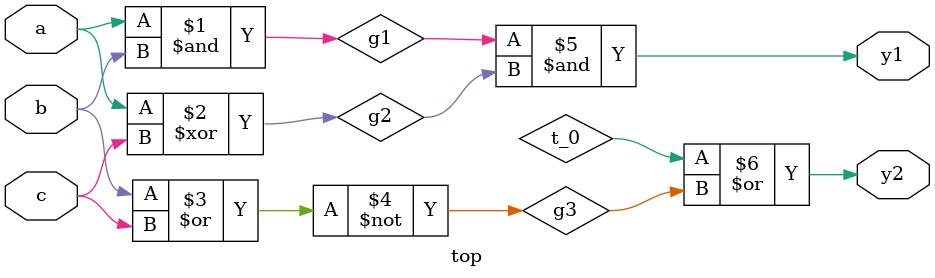
<source format=v>
module top (y1, y2, a, b, c);
input a, b, c;
output y1, y2;
wire g1, g2, g3;
wire t_0;
and (g1, a, b);
xor (g2, a, c);
nor (g3, b, c);
and (y1, g1, g2);
or (y2, t_0, g3);
endmodule

</source>
